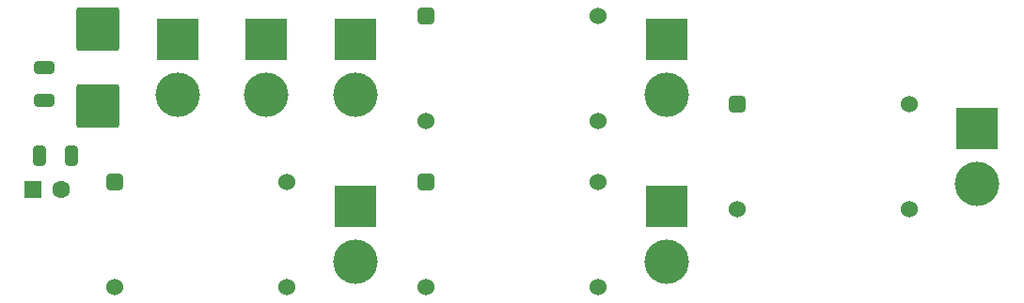
<source format=gbr>
%TF.GenerationSoftware,KiCad,Pcbnew,7.0.6*%
%TF.CreationDate,2023-10-26T22:09:33-07:00*%
%TF.ProjectId,power_distribution_board,706f7765-725f-4646-9973-747269627574,rev?*%
%TF.SameCoordinates,PX8a48640PY3938700*%
%TF.FileFunction,Soldermask,Bot*%
%TF.FilePolarity,Negative*%
%FSLAX46Y46*%
G04 Gerber Fmt 4.6, Leading zero omitted, Abs format (unit mm)*
G04 Created by KiCad (PCBNEW 7.0.6) date 2023-10-26 22:09:33*
%MOMM*%
%LPD*%
G01*
G04 APERTURE LIST*
G04 Aperture macros list*
%AMRoundRect*
0 Rectangle with rounded corners*
0 $1 Rounding radius*
0 $2 $3 $4 $5 $6 $7 $8 $9 X,Y pos of 4 corners*
0 Add a 4 corners polygon primitive as box body*
4,1,4,$2,$3,$4,$5,$6,$7,$8,$9,$2,$3,0*
0 Add four circle primitives for the rounded corners*
1,1,$1+$1,$2,$3*
1,1,$1+$1,$4,$5*
1,1,$1+$1,$6,$7*
1,1,$1+$1,$8,$9*
0 Add four rect primitives between the rounded corners*
20,1,$1+$1,$2,$3,$4,$5,0*
20,1,$1+$1,$4,$5,$6,$7,0*
20,1,$1+$1,$6,$7,$8,$9,0*
20,1,$1+$1,$8,$9,$2,$3,0*%
G04 Aperture macros list end*
%ADD10R,3.800000X3.800000*%
%ADD11C,4.000000*%
%ADD12RoundRect,0.381000X-0.381000X-0.381000X0.381000X-0.381000X0.381000X0.381000X-0.381000X0.381000X0*%
%ADD13C,1.524000*%
%ADD14RoundRect,0.250002X-1.699998X-1.699998X1.699998X-1.699998X1.699998X1.699998X-1.699998X1.699998X0*%
%ADD15R,1.600000X1.600000*%
%ADD16C,1.600000*%
%ADD17RoundRect,0.250000X-0.325000X-0.650000X0.325000X-0.650000X0.325000X0.650000X-0.325000X0.650000X0*%
%ADD18RoundRect,0.250000X0.650000X-0.325000X0.650000X0.325000X-0.650000X0.325000X-0.650000X-0.325000X0*%
G04 APERTURE END LIST*
D10*
%TO.C,J1*%
X63000000Y-6500000D03*
D11*
X63000000Y-11500000D03*
%TD*%
D10*
%TO.C,J8*%
X35000000Y-6500000D03*
D11*
X35000000Y-11500000D03*
%TD*%
D10*
%TO.C,J5*%
X19000000Y-6500000D03*
D11*
X19000000Y-11500000D03*
%TD*%
D12*
%TO.C,U3*%
X13347500Y-19347500D03*
D13*
X13347500Y-28847500D03*
X28847500Y-19347500D03*
X28847500Y-28847500D03*
%TD*%
D14*
%TO.C,J7*%
X11850000Y-12500000D03*
%TD*%
D12*
%TO.C,U4*%
X69347500Y-12330000D03*
D13*
X69347500Y-21830000D03*
X84847500Y-12330000D03*
X84847500Y-21830000D03*
%TD*%
D14*
%TO.C,J6*%
X11850000Y-5500000D03*
%TD*%
D12*
%TO.C,U1*%
X41347500Y-4347500D03*
D13*
X41347500Y-13847500D03*
X56847500Y-4347500D03*
X56847500Y-13847500D03*
%TD*%
D15*
%TO.C,C1*%
X6000000Y-20000000D03*
D16*
X8500000Y-20000000D03*
%TD*%
D10*
%TO.C,J3*%
X35000000Y-21500000D03*
D11*
X35000000Y-26500000D03*
%TD*%
D10*
%TO.C,J2*%
X63000000Y-21500000D03*
D11*
X63000000Y-26500000D03*
%TD*%
D10*
%TO.C,J4*%
X27000000Y-6500000D03*
D11*
X27000000Y-11500000D03*
%TD*%
D10*
%TO.C,J9*%
X91000000Y-14500000D03*
D11*
X91000000Y-19500000D03*
%TD*%
D12*
%TO.C,U2*%
X41347500Y-19347500D03*
D13*
X41347500Y-28847500D03*
X56847500Y-19347500D03*
X56847500Y-28847500D03*
%TD*%
D17*
%TO.C,C3*%
X6525000Y-17000000D03*
X9475000Y-17000000D03*
%TD*%
D18*
%TO.C,C2*%
X7000000Y-11975000D03*
X7000000Y-9025000D03*
%TD*%
M02*

</source>
